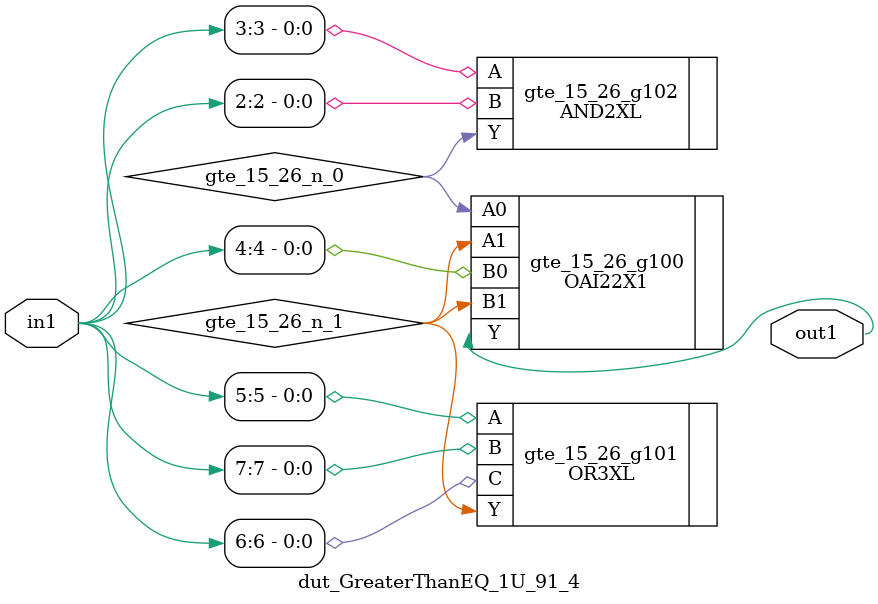
<source format=v>
`timescale 1ps / 1ps


module dut_GreaterThanEQ_1U_91_4(in1, out1);
  input [7:0] in1;
  output out1;
  wire [7:0] in1;
  wire out1;
  wire gte_15_26_n_0, gte_15_26_n_1;
  OAI22X1 gte_15_26_g100(.A0 (gte_15_26_n_0), .A1 (gte_15_26_n_1), .B0
       (in1[4]), .B1 (gte_15_26_n_1), .Y (out1));
  OR3XL gte_15_26_g101(.A (in1[5]), .B (in1[7]), .C (in1[6]), .Y
       (gte_15_26_n_1));
  AND2XL gte_15_26_g102(.A (in1[3]), .B (in1[2]), .Y (gte_15_26_n_0));
endmodule



</source>
